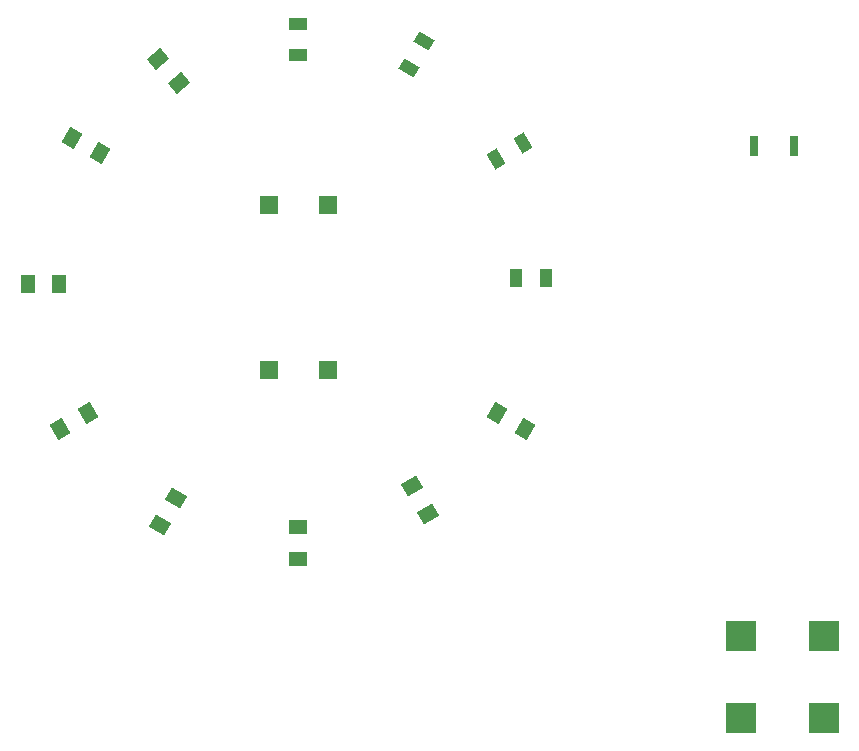
<source format=gbp>
G04*
G04 #@! TF.GenerationSoftware,Altium Limited,Altium Designer,23.9.2 (47)*
G04*
G04 Layer_Color=128*
%FSLAX44Y44*%
%MOMM*%
G71*
G04*
G04 #@! TF.SameCoordinates,63E22B9A-3F1A-4F83-A6EB-2A786139D624*
G04*
G04*
G04 #@! TF.FilePolarity,Positive*
G04*
G01*
G75*
G04:AMPARAMS|DCode=61|XSize=1mm|YSize=1.5mm|CornerRadius=0mm|HoleSize=0mm|Usage=FLASHONLY|Rotation=30.000|XOffset=0mm|YOffset=0mm|HoleType=Round|Shape=Rectangle|*
%AMROTATEDRECTD61*
4,1,4,-0.0580,-0.8995,-0.8080,0.3995,0.0580,0.8995,0.8080,-0.3995,-0.0580,-0.8995,0.0*
%
%ADD61ROTATEDRECTD61*%

%ADD62R,2.5000X2.5000*%
%ADD63R,1.5000X1.0000*%
%ADD64R,1.6000X1.6000*%
G04:AMPARAMS|DCode=65|XSize=1mm|YSize=1.5mm|CornerRadius=0mm|HoleSize=0mm|Usage=FLASHONLY|Rotation=60.000|XOffset=0mm|YOffset=0mm|HoleType=Round|Shape=Rectangle|*
%AMROTATEDRECTD65*
4,1,4,0.3995,-0.8080,-0.8995,-0.0580,-0.3995,0.8080,0.8995,0.0580,0.3995,-0.8080,0.0*
%
%ADD65ROTATEDRECTD65*%

G04:AMPARAMS|DCode=66|XSize=1.2mm|YSize=1.5mm|CornerRadius=0mm|HoleSize=0mm|Usage=FLASHONLY|Rotation=310.000|XOffset=0mm|YOffset=0mm|HoleType=Round|Shape=Rectangle|*
%AMROTATEDRECTD66*
4,1,4,-0.9602,-0.0225,0.1889,0.9417,0.9602,0.0225,-0.1889,-0.9417,-0.9602,-0.0225,0.0*
%
%ADD66ROTATEDRECTD66*%

G04:AMPARAMS|DCode=67|XSize=1.2mm|YSize=1.5mm|CornerRadius=0mm|HoleSize=0mm|Usage=FLASHONLY|Rotation=330.000|XOffset=0mm|YOffset=0mm|HoleType=Round|Shape=Rectangle|*
%AMROTATEDRECTD67*
4,1,4,-0.8946,-0.3495,-0.1446,0.9495,0.8946,0.3495,0.1446,-0.9495,-0.8946,-0.3495,0.0*
%
%ADD67ROTATEDRECTD67*%

%ADD68R,1.2000X1.5000*%
G04:AMPARAMS|DCode=69|XSize=1.2mm|YSize=1.5mm|CornerRadius=0mm|HoleSize=0mm|Usage=FLASHONLY|Rotation=30.000|XOffset=0mm|YOffset=0mm|HoleType=Round|Shape=Rectangle|*
%AMROTATEDRECTD69*
4,1,4,-0.1446,-0.9495,-0.8946,0.3495,0.1446,0.9495,0.8946,-0.3495,-0.1446,-0.9495,0.0*
%
%ADD69ROTATEDRECTD69*%

G04:AMPARAMS|DCode=70|XSize=1.2mm|YSize=1.5mm|CornerRadius=0mm|HoleSize=0mm|Usage=FLASHONLY|Rotation=60.000|XOffset=0mm|YOffset=0mm|HoleType=Round|Shape=Rectangle|*
%AMROTATEDRECTD70*
4,1,4,0.3495,-0.8946,-0.9495,-0.1446,-0.3495,0.8946,0.9495,0.1446,0.3495,-0.8946,0.0*
%
%ADD70ROTATEDRECTD70*%

%ADD71R,1.5000X1.2000*%
G04:AMPARAMS|DCode=72|XSize=1.2mm|YSize=1.5mm|CornerRadius=0mm|HoleSize=0mm|Usage=FLASHONLY|Rotation=300.000|XOffset=0mm|YOffset=0mm|HoleType=Round|Shape=Rectangle|*
%AMROTATEDRECTD72*
4,1,4,-0.9495,0.1446,0.3495,0.8946,0.9495,-0.1446,-0.3495,-0.8946,-0.9495,0.1446,0.0*
%
%ADD72ROTATEDRECTD72*%

%ADD73R,1.0000X1.5000*%
%ADD74R,0.8000X1.7000*%
D61*
X690000Y622000D02*
D03*
X667483Y609000D02*
D03*
D62*
X945000Y135000D02*
D03*
Y205000D02*
D03*
X875000D02*
D03*
Y135000D02*
D03*
D63*
X500000Y697000D02*
D03*
Y723000D02*
D03*
D64*
X475000Y570000D02*
D03*
Y430000D02*
D03*
X525000Y570000D02*
D03*
Y430000D02*
D03*
D65*
X593500Y685742D02*
D03*
X606500Y708258D02*
D03*
D66*
X398678Y672658D02*
D03*
X381322Y693342D02*
D03*
D67*
X331691Y613250D02*
D03*
X308309Y626750D02*
D03*
X668309Y393250D02*
D03*
X691691Y379750D02*
D03*
D68*
X297750Y502500D02*
D03*
X270750D02*
D03*
D69*
X321691Y393250D02*
D03*
X298309Y379750D02*
D03*
D70*
X383250Y298309D02*
D03*
X396750Y321691D02*
D03*
D71*
X500000Y270000D02*
D03*
Y297000D02*
D03*
D72*
X596125Y331691D02*
D03*
X609625Y308309D02*
D03*
D73*
X710000Y507500D02*
D03*
X684000D02*
D03*
D74*
X886000Y620000D02*
D03*
X920000D02*
D03*
M02*

</source>
